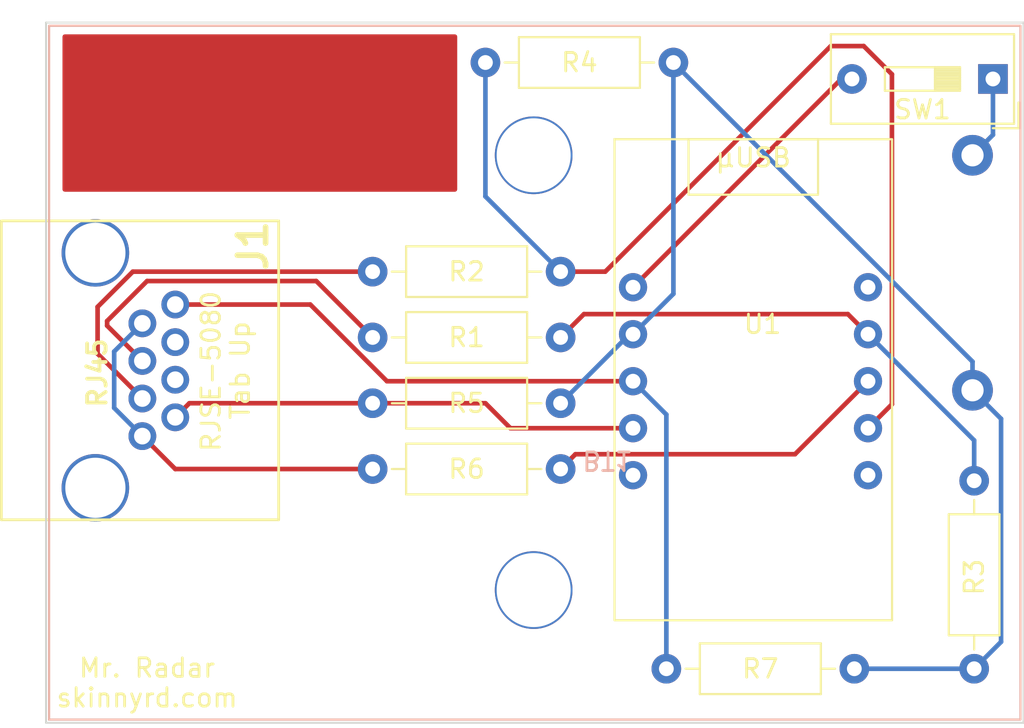
<source format=kicad_pcb>
(kicad_pcb (version 20211014) (generator pcbnew)
  (layers (0 "F.Cu" signal) (31 "B.Cu" signal) (34 "B.Paste" user) (35 "F.Paste" user) (36 "B.SilkS" user "B.Silkscreen") (37 "F.SilkS" user "F.Silkscreen") (38 "B.Mask" user) (39 "F.Mask" user) (44 "Edge.Cuts" user))
  (net 0 "")
  (net 1 "Net-(BT1-Pad1)")
  (net 2 "Net-(BT1-Pad2)")
  (net 3 "Net-(J1-Pad1)")
  (net 4 "Net-(J1-Pad2)")
  (net 5 "Net-(J1-Pad3)")
  (net 7 "Net-(J1-Pad5)")
  (net 9 "Net-(J1-Pad8)")
  (net 10 "Net-(R1-Pad2)")
  (net 11 "Net-(R2-Pad2)")
  (net 12 "Net-(U1-Pad8)")
  (net 14 "Net-(SW1-Pad2)")
  (footprint "LOGO" (layer "F.Cu") (at 124.206 56.134)
    (fp_text reference "G***")
    (fp_text value "LOGO" hide)
  )
  (footprint "Resistor_THT:R_Axial_DIN0207_L6.3mm_D2.5mm_P10.16mm_Horizontal" (layer "F.Cu") (at 130.302 71.755)
    (fp_text reference "R5" (at 5.08 0) (layer "F.SilkS"))
    (fp_text value "10kΩ")
    (fp_line (start 1.81 1.37) (end 8.35 1.37) (layer "F.SilkS") (width 0.12))
    (fp_line (start 9.12 0) (end 8.35 0) (layer "F.SilkS") (width 0.12))
    (fp_line (start 8.35 -1.37) (end 1.81 -1.37) (layer "F.SilkS") (width 0.12))
    (fp_line (start 1.04 0) (end 1.81 0) (layer "F.SilkS") (width 0.12))
    (fp_line (start 8.35 1.37) (end 8.35 -1.37) (layer "F.SilkS") (width 0.12))
    (fp_line (start 1.81 -1.37) (end 1.81 1.37) (layer "F.SilkS") (width 0.12))
    (pad "1" thru_hole circle (at 0 0) (size 1.6 1.6) (drill 0.8) (layers *.Cu *.Mask) (net 4 "Net-(J1-Pad2)"))
    (pad "2" thru_hole oval (at 10.16 0) (size 1.6 1.6) (drill 0.8) (layers *.Cu *.Mask) (net 2 "Net-(BT1-Pad2)"))
  )
  (footprint "Resistor_THT:R_Axial_DIN0207_L6.3mm_D2.5mm_P10.16mm_Horizontal" (layer "F.Cu") (at 130.302 64.643)
    (fp_text reference "R2" (at 5.08 0) (layer "F.SilkS"))
    (fp_text value "100kΩ")
    (fp_line (start 9.12 0) (end 8.35 0) (layer "F.SilkS") (width 0.12))
    (fp_line (start 1.04 0) (end 1.81 0) (layer "F.SilkS") (width 0.12))
    (fp_line (start 1.81 1.37) (end 8.35 1.37) (layer "F.SilkS") (width 0.12))
    (fp_line (start 8.35 1.37) (end 8.35 -1.37) (layer "F.SilkS") (width 0.12))
    (fp_line (start 8.35 -1.37) (end 1.81 -1.37) (layer "F.SilkS") (width 0.12))
    (fp_line (start 1.81 -1.37) (end 1.81 1.37) (layer "F.SilkS") (width 0.12))
    (pad "1" thru_hole circle (at 0 0) (size 1.6 1.6) (drill 0.8) (layers *.Cu *.Mask) (net 5 "Net-(J1-Pad3)"))
    (pad "2" thru_hole oval (at 10.16 0) (size 1.6 1.6) (drill 0.8) (layers *.Cu *.Mask) (net 11 "Net-(R2-Pad2)"))
  )
  (footprint "Button_Switch_THT:SW_DIP_SPSTx01_Slide_9.78x4.72mm_W7.62mm_P2.54mm" (layer "F.Cu") (at 163.83 54.229 180)
    (fp_text reference "SW1" (at 3.81 -1.651) (layer "F.SilkS"))
    (fp_text value "SW_SPST")
    (fp_line (start 3.133333 -0.635) (end 3.133333 0.635) (layer "F.SilkS") (width 0.12))
    (fp_line (start 1.78 0.205) (end 3.133333 0.205) (layer "F.SilkS") (width 0.12))
    (fp_line (start 8.76 -2.42) (end 8.76 2.42) (layer "F.SilkS") (width 0.12))
    (fp_line (start 1.78 -0.035) (end 3.133333 -0.035) (layer "F.SilkS") (width 0.12))
    (fp_line (start -1.38 -2.66) (end 0.004 -2.66) (layer "F.SilkS") (width 0.12))
    (fp_line (start 1.78 -0.155) (end 3.133333 -0.155) (layer "F.SilkS") (width 0.12))
    (fp_line (start 1.78 0.565) (end 3.133333 0.565) (layer "F.SilkS") (width 0.12))
    (fp_line (start 1.78 -0.515) (end 3.133333 -0.515) (layer "F.SilkS") (width 0.12))
    (fp_line (start -1.14 -2.42) (end -1.14 2.42) (layer "F.SilkS") (width 0.12))
    (fp_line (start 1.78 -0.275) (end 3.133333 -0.275) (layer "F.SilkS") (width 0.12))
    (fp_line (start 5.84 0.635) (end 5.84 -0.635) (layer "F.SilkS") (width 0.12))
    (fp_line (start 1.78 -0.635) (end 1.78 0.635) (layer "F.SilkS") (width 0.12))
    (fp_line (start -1.14 -2.42) (end 8.76 -2.42) (layer "F.SilkS") (width 0.12))
    (fp_line (start 5.84 -0.635) (end 1.78 -0.635) (layer "F.SilkS") (width 0.12))
    (fp_line (start 1.78 0.445) (end 3.133333 0.445) (layer "F.SilkS") (width 0.12))
    (fp_line (start -1.38 -2.66) (end -1.38 -1.277) (layer "F.SilkS") (width 0.12))
    (fp_line (start 1.78 0.085) (end 3.133333 0.085) (layer "F.SilkS") (width 0.12))
    (fp_line (start 1.78 -0.395) (end 3.133333 -0.395) (layer "F.SilkS") (width 0.12))
    (fp_line (start 1.78 0.635) (end 5.84 0.635) (layer "F.SilkS") (width 0.12))
    (fp_line (start 1.78 0.325) (end 3.133333 0.325) (layer "F.SilkS") (width 0.12))
    (fp_line (start -1.14 2.42) (end 8.76 2.42) (layer "F.SilkS") (width 0.12))
    (pad "1" thru_hole rect (at 0 0 180) (size 1.6 1.6) (drill 0.8) (layers *.Cu *.Mask) (net 1 "Net-(BT1-Pad1)"))
    (pad "2" thru_hole oval (at 7.62 0 180) (size 1.6 1.6) (drill 0.8) (layers *.Cu *.Mask) (net 14 "Net-(SW1-Pad2)"))
  )
  (footprint "Resistor_THT:R_Axial_DIN0207_L6.3mm_D2.5mm_P10.16mm_Horizontal" (layer "F.Cu") (at 136.398 53.34)
    (fp_text reference "R4" (at 5.08 0) (layer "F.SilkS"))
    (fp_text value "10kΩ")
    (fp_line (start 8.35 -1.37) (end 1.81 -1.37) (layer "F.SilkS") (width 0.12))
    (fp_line (start 8.35 1.37) (end 8.35 -1.37) (layer "F.SilkS") (width 0.12))
    (fp_line (start 1.81 -1.37) (end 1.81 1.37) (layer "F.SilkS") (width 0.12))
    (fp_line (start 1.81 1.37) (end 8.35 1.37) (layer "F.SilkS") (width 0.12))
    (fp_line (start 1.04 0) (end 1.81 0) (layer "F.SilkS") (width 0.12))
    (fp_line (start 9.12 0) (end 8.35 0) (layer "F.SilkS") (width 0.12))
    (pad "1" thru_hole circle (at 0 0) (size 1.6 1.6) (drill 0.8) (layers *.Cu *.Mask) (net 11 "Net-(R2-Pad2)"))
    (pad "2" thru_hole oval (at 10.16 0) (size 1.6 1.6) (drill 0.8) (layers *.Cu *.Mask) (net 2 "Net-(BT1-Pad2)"))
  )
  (footprint "Resistor_THT:R_Axial_DIN0207_L6.3mm_D2.5mm_P10.16mm_Horizontal" (layer "F.Cu") (at 130.302 75.311)
    (fp_text reference "R6" (at 5.08 0) (layer "F.SilkS"))
    (fp_text value "3.3kΩ")
    (fp_line (start 8.35 -1.37) (end 1.81 -1.37) (layer "F.SilkS") (width 0.12))
    (fp_line (start 1.04 0) (end 1.81 0) (layer "F.SilkS") (width 0.12))
    (fp_line (start 8.35 1.37) (end 8.35 -1.37) (layer "F.SilkS") (width 0.12))
    (fp_line (start 9.12 0) (end 8.35 0) (layer "F.SilkS") (width 0.12))
    (fp_line (start 1.81 1.37) (end 8.35 1.37) (layer "F.SilkS") (width 0.12))
    (fp_line (start 1.81 -1.37) (end 1.81 1.37) (layer "F.SilkS") (width 0.12))
    (pad "1" thru_hole circle (at 0 0) (size 1.6 1.6) (drill 0.8) (layers *.Cu *.Mask) (net 3 "Net-(J1-Pad1)"))
    (pad "2" thru_hole oval (at 10.16 0) (size 1.6 1.6) (drill 0.8) (layers *.Cu *.Mask) (net 12 "Net-(U1-Pad8)"))
  )
  (footprint "Modular_Connector_Jacks:RJ45_RJSSE-5080" (layer "F.Cu") (at 115.316 69.977 -90)
    (fp_text reference "J1" (at -6.731 -8.509 90) (layer "F.SilkS") (effects (font (size 1.524 1.524) (thickness 0.3048))))
    (fp_text value "RJ45" (at 0.14224 -0.1016 90) (layer "F.SilkS") (effects (font (size 1.00076 1.00076) (thickness 0.2032))))
    (fp_text user "Tab Up" (at 0 -7.8232 90) (layer "F.SilkS"))
    (fp_text user "RJSE-5080" (at 0.0508 -6.2484 90) (layer "F.SilkS"))
    (fp_line (start 8.0772 0) (end 8.0772 5.08) (layer "F.SilkS") (width 0.15))
    (fp_line (start -8.0772 0) (end -8.0772 -9.906) (layer "F.SilkS") (width 0.15))
    (fp_line (start 8.0772 5.08) (end -8.0772 5.08) (layer "F.SilkS") (width 0.15))
    (fp_line (start -8.0772 -9.906) (end 8.0772 -9.906) (layer "F.SilkS") (width 0.15))
    (fp_line (start 8.0772 -9.906) (end 8.0772 0) (layer "F.SilkS") (width 0.15))
    (fp_line (start -8.0772 5.08) (end -8.0772 0) (layer "F.SilkS") (width 0.15))
    (pad "1" thru_hole circle (at 3.556 -2.54 270) (size 1.50114 1.50114) (drill 0.89916) (layers *.Cu *.Mask) (net 3 "Net-(J1-Pad1)"))
    (pad "2" thru_hole circle (at 2.54 -4.318 270) (size 1.50114 1.50114) (drill 0.89916) (layers *.Cu *.Mask) (net 4 "Net-(J1-Pad2)"))
    (pad "3" thru_hole circle (at 1.524 -2.54 270) (size 1.50114 1.50114) (drill 0.89916) (layers *.Cu *.Mask) (net 5 "Net-(J1-Pad3)"))
    (pad "4" thru_hole circle (at 0.508 -4.318 270) (size 1.50114 1.50114) (drill 0.89916) (layers *.Cu *.Mask))
    (pad "5" thru_hole circle (at -0.508 -2.54 270) (size 1.50114 1.50114) (drill 0.89916) (layers *.Cu *.Mask) (net 7 "Net-(J1-Pad5)"))
    (pad "6" thru_hole circle (at -1.524 -4.318 270) (size 1.50114 1.50114) (drill 0.89916) (layers *.Cu *.Mask))
    (pad "7" thru_hole circle (at -2.54 -2.54 270) (size 1.50114 1.50114) (drill 0.89916) (layers *.Cu *.Mask) (net 3 "Net-(J1-Pad1)"))
    (pad "8" thru_hole circle (at -3.556 -4.318 270) (size 1.50114 1.50114) (drill 0.89916) (layers *.Cu *.Mask) (net 9 "Net-(J1-Pad8)"))
    (pad "Hole" thru_hole circle (at 6.35 0 270) (size 3.64998 3.64998) (drill 3.2512) (layers *.Cu *.Mask))
    (pad "Hole" thru_hole circle (at -6.35 0 270) (size 3.64998 3.64998) (drill 3.2512) (layers *.Cu *.Mask))
  )
  (footprint "Resistor_THT:R_Axial_DIN0207_L6.3mm_D2.5mm_P10.16mm_Horizontal" (layer "F.Cu") (at 162.814 75.946 -90)
    (fp_text reference "R3" (at 5.207 0 90) (layer "F.SilkS"))
    (fp_text value "10kΩ")
    (fp_line (start 9.12 0) (end 8.35 0) (layer "F.SilkS") (width 0.12))
    (fp_line (start 8.35 -1.37) (end 1.81 -1.37) (layer "F.SilkS") (width 0.12))
    (fp_line (start 1.81 -1.37) (end 1.81 1.37) (layer "F.SilkS") (width 0.12))
    (fp_line (start 1.81 1.37) (end 8.35 1.37) (layer "F.SilkS") (width 0.12))
    (fp_line (start 1.04 0) (end 1.81 0) (layer "F.SilkS") (width 0.12))
    (fp_line (start 8.35 1.37) (end 8.35 -1.37) (layer "F.SilkS") (width 0.12))
    (pad "1" thru_hole circle (at 0 0 270) (size 1.6 1.6) (drill 0.8) (layers *.Cu *.Mask) (net 10 "Net-(R1-Pad2)"))
    (pad "2" thru_hole oval (at 10.16 0 270) (size 1.6 1.6) (drill 0.8) (layers *.Cu *.Mask) (net 2 "Net-(BT1-Pad2)"))
  )
  (footprint "Resistor_THT:R_Axial_DIN0207_L6.3mm_D2.5mm_P10.16mm_Horizontal" (layer "F.Cu") (at 130.302 68.199)
    (fp_text reference "R1" (at 5.08 0) (layer "F.SilkS"))
    (fp_text value "100kΩ")
    (fp_line (start 8.35 -1.37) (end 1.81 -1.37) (layer "F.SilkS") (width 0.12))
    (fp_line (start 9.12 0) (end 8.35 0) (layer "F.SilkS") (width 0.12))
    (fp_line (start 1.81 1.37) (end 8.35 1.37) (layer "F.SilkS") (width 0.12))
    (fp_line (start 1.81 -1.37) (end 1.81 1.37) (layer "F.SilkS") (width 0.12))
    (fp_line (start 8.35 1.37) (end 8.35 -1.37) (layer "F.SilkS") (width 0.12))
    (fp_line (start 1.04 0) (end 1.81 0) (layer "F.SilkS") (width 0.12))
    (pad "1" thru_hole circle (at 0 0) (size 1.6 1.6) (drill 0.8) (layers *.Cu *.Mask) (net 7 "Net-(J1-Pad5)"))
    (pad "2" thru_hole oval (at 10.16 0) (size 1.6 1.6) (drill 0.8) (layers *.Cu *.Mask) (net 10 "Net-(R1-Pad2)"))
  )
  (footprint "Adafruit:Trinket M0" (layer "F.Cu") (at 144.376 65.485)
    (fp_text reference "U1" (at 7 2 unlocked) (layer "F.SilkS"))
    (fp_text value "Trinket_M0")
    (fp_text user "µUSB" (at 6.5 -7 unlocked) (layer "F.SilkS"))
    (fp_rect (start 3 -8) (end 10 -5) (layer "F.SilkS") (width 0.12) (fill none))
    (fp_rect (start -1 -8) (end 14 18) (layer "F.SilkS") (width 0.12) (fill none))
    (pad "1" thru_hole circle (at 0 0) (size 1.524 1.524) (drill 0.8) (layers *.Cu *.Mask) (net 14 "Net-(SW1-Pad2)"))
    (pad "2" thru_hole circle (at 0 2.54) (size 1.524 1.524) (drill 0.8) (layers *.Cu *.Mask) (net 2 "Net-(BT1-Pad2)"))
    (pad "3" thru_hole circle (at 0 5.08) (size 1.524 1.524) (drill 0.8) (layers *.Cu *.Mask) (net 9 "Net-(J1-Pad8)"))
    (pad "4" thru_hole circle (at 0 7.62) (size 1.524 1.524) (drill 0.8) (layers *.Cu *.Mask) (net 4 "Net-(J1-Pad2)"))
    (pad "5" thru_hole circle (at 0 10.16) (size 1.524 1.524) (drill 0.8) (layers *.Cu *.Mask))
    (pad "6" thru_hole circle (at 12.7 10.16) (size 1.524 1.524) (drill 0.8) (layers *.Cu *.Mask))
    (pad "7" thru_hole circle (at 12.7 7.62) (size 1.524 1.524) (drill 0.8) (layers *.Cu *.Mask) (net 11 "Net-(R2-Pad2)"))
    (pad "8" thru_hole circle (at 12.7 5.08) (size 1.524 1.524) (drill 0.8) (layers *.Cu *.Mask) (net 12 "Net-(U1-Pad8)"))
    (pad "9" thru_hole circle (at 12.7 2.54) (size 1.524 1.524) (drill 0.8) (layers *.Cu *.Mask) (net 10 "Net-(R1-Pad2)"))
    (pad "10" thru_hole circle (at 12.7 0) (size 1.524 1.524) (drill 0.8) (layers *.Cu *.Mask))
  )
  (footprint "Resistor_THT:R_Axial_DIN0207_L6.3mm_D2.5mm_P10.16mm_Horizontal" (layer "F.Cu") (at 146.177 86.106)
    (fp_text reference "R7" (at 5.08 0) (layer "F.SilkS"))
    (fp_text value "10kΩ")
    (fp_line (start 1.04 0) (end 1.81 0) (layer "F.SilkS") (width 0.12))
    (fp_line (start 1.81 1.37) (end 8.35 1.37) (layer "F.SilkS") (width 0.12))
    (fp_line (start 1.81 -1.37) (end 1.81 1.37) (layer "F.SilkS") (width 0.12))
    (fp_line (start 8.35 1.37) (end 8.35 -1.37) (layer "F.SilkS") (width 0.12))
    (fp_line (start 8.35 -1.37) (end 1.81 -1.37) (layer "F.SilkS") (width 0.12))
    (fp_line (start 9.12 0) (end 8.35 0) (layer "F.SilkS") (width 0.12))
    (pad "1" thru_hole circle (at 0 0) (size 1.6 1.6) (drill 0.8) (layers *.Cu *.Mask) (net 9 "Net-(J1-Pad8)"))
    (pad "2" thru_hole oval (at 10.16 0) (size 1.6 1.6) (drill 0.8) (layers *.Cu *.Mask) (net 2 "Net-(BT1-Pad2)"))
  )
  (footprint "Battery Holders Clips and Contacts:AAA_Keystone_2479" (layer "B.Cu") (at 162.725 58.354)
    (fp_text reference "BT1" (at -19.723 16.492 180 unlocked) (layer "B.SilkS") (effects (justify mirror)))
    (fp_text value "Battery_Cell")
    (fp_rect (start -49.91 30.5) (end 2.59 -7) (layer "B.SilkS") (width 0.12) (fill none))
    (pad "" np_thru_hole circle (at -23.72 0) (size 4.2 4.2) (drill 4) (layers F&B.Cu *.Mask))
    (pad "" np_thru_hole circle (at -23.72 23.5) (size 4.2 4.2) (drill 4) (layers F&B.Cu *.Mask))
    (pad "1" thru_hole circle (at 0 0) (size 2.2 2.2) (drill 1.2) (layers *.Cu *.Mask) (net 1 "Net-(BT1-Pad1)"))
    (pad "2" thru_hole circle (at 0 12.7) (size 2.2 2.2) (drill 1.2) (layers *.Cu *.Mask) (net 2 "Net-(BT1-Pad2)"))
  )
  (gr_line (start 165.481 51.181) (end 165.481 89.027) (layer "Edge.Cuts") (width 0.1))
  (gr_line (start 165.481 89.027) (end 112.649 89.027) (layer "Edge.Cuts") (width 0.1))
  (gr_line (start 112.649 89.027) (end 112.649 51.181) (layer "Edge.Cuts") (width 0.1))
  (gr_line (start 112.649 51.181) (end 165.481 51.181) (layer "Edge.Cuts") (width 0.1))
  (gr_text "Mr. Radar\nskinnyrd.com" (at 118.11 86.868) (layer "F.SilkS") (effects (font (size 1 1))))
  (segment (start 163.83 54.229) (end 163.83 57.249) (width 0.25) (layer "B.Cu") (net 1))
  (segment (start 163.83 57.249) (end 162.725 58.354) (width 0.25) (layer "B.Cu") (net 1))
  (segment (start 144.192 68.025) (end 144.376 68.025) (width 0.25) (layer "B.Cu") (net 2))
  (segment (start 140.462 71.755) (end 144.192 68.025) (width 0.25) (layer "B.Cu") (net 2))
  (segment (start 164.267601 72.596601) (end 164.267601 84.652399) (width 0.25) (layer "B.Cu") (net 2))
  (segment (start 162.814 86.106) (end 156.337 86.106) (width 0.25) (layer "B.Cu") (net 2))
  (segment (start 146.558 53.34) (end 162.725 69.507) (width 0.25) (layer "B.Cu") (net 2))
  (segment (start 164.267601 84.652399) (end 162.814 86.106) (width 0.25) (layer "B.Cu") (net 2))
  (segment (start 162.725 71.054) (end 164.267601 72.596601) (width 0.25) (layer "B.Cu") (net 2))
  (segment (start 146.558 65.843) (end 144.376 68.025) (width 0.25) (layer "B.Cu") (net 2))
  (segment (start 146.558 53.34) (end 146.558 65.843) (width 0.25) (layer "B.Cu") (net 2))
  (segment (start 162.725 69.507) (end 162.725 71.054) (width 0.25) (layer "B.Cu") (net 2))
  (segment (start 130.302 75.311) (end 119.634 75.311) (width 0.25) (layer "F.Cu") (net 3))
  (segment (start 119.634 75.311) (end 117.856 73.533) (width 0.25) (layer "F.Cu") (net 3))
  (segment (start 116.332 72.009) (end 116.332 68.961) (width 0.25) (layer "B.Cu") (net 3))
  (segment (start 116.332 68.961) (end 117.856 67.437) (width 0.25) (layer "B.Cu") (net 3))
  (segment (start 117.856 73.533) (end 116.332 72.009) (width 0.25) (layer "B.Cu") (net 3))
  (segment (start 130.302 71.755) (end 120.396 71.755) (width 0.25) (layer "F.Cu") (net 4))
  (segment (start 120.396 71.755) (end 119.634 72.517) (width 0.25) (layer "F.Cu") (net 4))
  (segment (start 130.302 71.755) (end 136.398 71.755) (width 0.25) (layer "F.Cu") (net 4))
  (segment (start 136.398 71.755) (end 137.748 73.105) (width 0.25) (layer "F.Cu") (net 4))
  (segment (start 137.748 73.105) (end 144.376 73.105) (width 0.25) (layer "F.Cu") (net 4))
  (segment (start 115.435546 66.548) (end 115.435546 69.080546) (width 0.25) (layer "F.Cu") (net 5))
  (segment (start 117.340546 64.643) (end 115.435546 66.548) (width 0.25) (layer "F.Cu") (net 5))
  (segment (start 115.435546 69.080546) (end 117.856 71.501) (width 0.25) (layer "F.Cu") (net 5))
  (segment (start 117.340546 64.643) (end 130.302 64.643) (width 0.25) (layer "F.Cu") (net 5))
  (segment (start 117.856 69.469) (end 115.951 67.564) (width 0.25) (layer "F.Cu") (net 7))
  (segment (start 115.951 67.31) (end 118.11 65.151) (width 0.25) (layer "F.Cu") (net 7))
  (segment (start 127.254 65.151) (end 130.302 68.199) (width 0.25) (layer "F.Cu") (net 7))
  (segment (start 118.11 65.151) (end 127.254 65.151) (width 0.25) (layer "F.Cu") (net 7))
  (segment (start 115.951 67.564) (end 115.951 67.31) (width 0.25) (layer "F.Cu") (net 7))
  (segment (start 131.077009 70.565) (end 126.933009 66.421) (width 0.25) (layer "F.Cu") (net 9))
  (segment (start 126.933009 66.421) (end 119.634 66.421) (width 0.25) (layer "F.Cu") (net 9))
  (segment (start 144.376 70.565) (end 131.077009 70.565) (width 0.25) (layer "F.Cu") (net 9))
  (segment (start 144.376 70.565) (end 146.177 72.366) (width 0.25) (layer "B.Cu") (net 9))
  (segment (start 146.177 72.366) (end 146.177 86.106) (width 0.25) (layer "B.Cu") (net 9))
  (segment (start 141.723 66.938) (end 140.462 68.199) (width 0.25) (layer "F.Cu") (net 10))
  (segment (start 157.076 68.025) (end 155.989 66.938) (width 0.25) (layer "F.Cu") (net 10))
  (segment (start 155.989 66.938) (end 141.723 66.938) (width 0.25) (layer "F.Cu") (net 10))
  (segment (start 162.814 73.763) (end 162.814 75.946) (width 0.25) (layer "B.Cu") (net 10))
  (segment (start 157.076 68.025) (end 162.814 73.763) (width 0.25) (layer "B.Cu") (net 10))
  (segment (start 158.369 53.975) (end 156.845 52.451) (width 0.25) (layer "F.Cu") (net 11))
  (segment (start 158.369 71.812) (end 158.369 53.975) (width 0.25) (layer "F.Cu") (net 11))
  (segment (start 157.076 73.105) (end 158.369 71.812) (width 0.25) (layer "F.Cu") (net 11))
  (segment (start 142.875 64.643) (end 140.462 64.643) (width 0.25) (layer "F.Cu") (net 11))
  (segment (start 156.845 52.451) (end 155.067 52.451) (width 0.25) (layer "F.Cu") (net 11))
  (segment (start 155.067 52.451) (end 142.875 64.643) (width 0.25) (layer "F.Cu") (net 11))
  (segment (start 136.398 53.34) (end 136.398 60.579) (width 0.25) (layer "B.Cu") (net 11))
  (segment (start 136.398 60.579) (end 140.462 64.643) (width 0.25) (layer "B.Cu") (net 11))
  (segment (start 153.129999 74.511001) (end 157.076 70.565) (width 0.25) (layer "F.Cu") (net 12))
  (segment (start 141.261999 74.511001) (end 153.129999 74.511001) (width 0.25) (layer "F.Cu") (net 12))
  (segment (start 140.462 75.311) (end 141.261999 74.511001) (width 0.25) (layer "F.Cu") (net 12))
  (segment (start 155.632 54.229) (end 156.21 54.229) (width 0.25) (layer "F.Cu") (net 14))
  (segment (start 144.376 65.485) (end 155.632 54.229) (width 0.25) (layer "F.Cu") (net 14))
  (zone (net 0) (net_name "") (layer "F.Cu") (connect_pads (clearance 0.508)) (min_thickness 0.254) (fill yes (thermal_gap 0.508) (thermal_bridge_width 0.508))
    (polygon (pts (xy 134.874 60.325) (xy 113.538 60.325) (xy 113.538 51.816) (xy 134.874 51.816)))
  )
)
</source>
